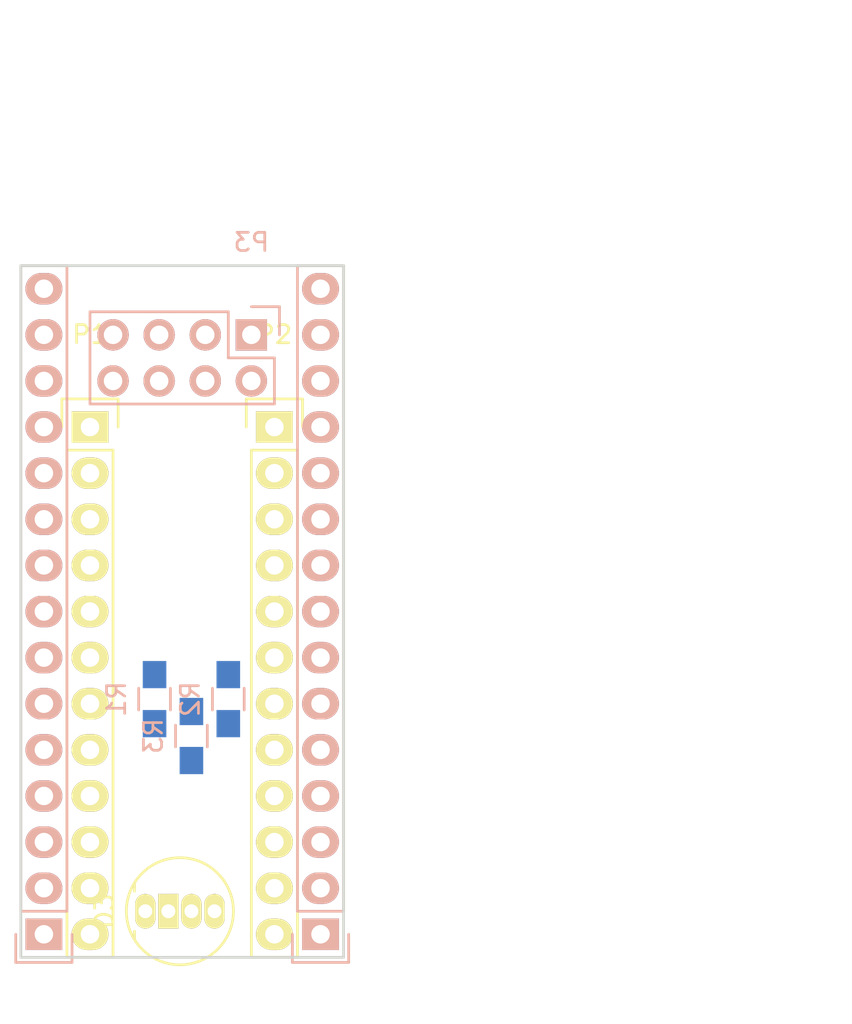
<source format=kicad_pcb>
(kicad_pcb (version 4) (host pcbnew 4.0.2-4+6225~38~ubuntu14.04.1-stable)

  (general
    (links 15)
    (no_connects 15)
    (area 156.034999 87.144999 173.965001 125.395001)
    (thickness 1.6)
    (drawings 6)
    (tracks 0)
    (zones 0)
    (modules 9)
    (nets 14)
  )

  (page A4)
  (layers
    (0 F.Cu signal)
    (31 B.Cu signal)
    (32 B.Adhes user)
    (33 F.Adhes user)
    (34 B.Paste user)
    (35 F.Paste user)
    (36 B.SilkS user)
    (37 F.SilkS user)
    (38 B.Mask user)
    (39 F.Mask user)
    (40 Dwgs.User user)
    (41 Cmts.User user)
    (42 Eco1.User user)
    (43 Eco2.User user)
    (44 Edge.Cuts user)
    (45 Margin user)
    (46 B.CrtYd user)
    (47 F.CrtYd user)
    (48 B.Fab user)
    (49 F.Fab user)
  )

  (setup
    (last_trace_width 0.3048)
    (trace_clearance 0.3048)
    (zone_clearance 0.508)
    (zone_45_only no)
    (trace_min 0.2032)
    (segment_width 0.2)
    (edge_width 0.15)
    (via_size 0.8128)
    (via_drill 0.4064)
    (via_min_size 0.8128)
    (via_min_drill 0.4064)
    (uvia_size 0.2032)
    (uvia_drill 0.1016)
    (uvias_allowed no)
    (uvia_min_size 0.2032)
    (uvia_min_drill 0.1016)
    (pcb_text_width 0.3)
    (pcb_text_size 1.5 1.5)
    (mod_edge_width 0.15)
    (mod_text_size 1 1)
    (mod_text_width 0.15)
    (pad_size 1.524 1.524)
    (pad_drill 0.762)
    (pad_to_mask_clearance 0.2)
    (aux_axis_origin 0 0)
    (grid_origin 165 105)
    (visible_elements FFFFF77F)
    (pcbplotparams
      (layerselection 0x010f0_80000001)
      (usegerberextensions true)
      (usegerberattributes true)
      (excludeedgelayer true)
      (linewidth 0.100000)
      (plotframeref false)
      (viasonmask false)
      (mode 1)
      (useauxorigin false)
      (hpglpennumber 1)
      (hpglpenspeed 20)
      (hpglpendiameter 15)
      (hpglpenoverlay 2)
      (psnegative false)
      (psa4output false)
      (plotreference true)
      (plotvalue true)
      (plotinvisibletext false)
      (padsonsilk false)
      (subtractmaskfromsilk true)
      (outputformat 1)
      (mirror false)
      (drillshape 0)
      (scaleselection 1)
      (outputdirectory ""))
  )

  (net 0 "")
  (net 1 GND)
  (net 2 "Net-(D3-Pad1)")
  (net 3 "Net-(D3-Pad3)")
  (net 4 "Net-(D3-Pad4)")
  (net 5 3V3)
  (net 6 D7)
  (net 7 D8)
  (net 8 SCK)
  (net 9 MOSI)
  (net 10 MISO)
  (net 11 D9)
  (net 12 D6)
  (net 13 D3)

  (net_class Default "This is the default net class."
    (clearance 0.3048)
    (trace_width 0.3048)
    (via_dia 0.8128)
    (via_drill 0.4064)
    (uvia_dia 0.2032)
    (uvia_drill 0.1016)
    (add_net 3V3)
    (add_net D3)
    (add_net D6)
    (add_net D7)
    (add_net D8)
    (add_net D9)
    (add_net GND)
    (add_net MISO)
    (add_net MOSI)
    (add_net "Net-(D3-Pad1)")
    (add_net "Net-(D3-Pad3)")
    (add_net "Net-(D3-Pad4)")
    (add_net SCK)
  )

  (module LEDs:LED-RGB-5MM_Common_Cathode placed (layer F.Cu) (tedit 55A0859C) (tstamp 571778A9)
    (at 162.968 122.78 90)
    (descr "5mm common cathode RGB LED")
    (tags "RGB LED 5mm Common Cathode")
    (path /5717776D)
    (fp_text reference D3 (at 0 -2.25 90) (layer F.SilkS)
      (effects (font (size 1 1) (thickness 0.15)))
    )
    (fp_text value LED_RCBG (at 0 6.25 90) (layer F.Fab)
      (effects (font (size 1 1) (thickness 0.15)))
    )
    (fp_circle (center 0 1.905) (end 3.2 1.905) (layer F.CrtYd) (width 0.05))
    (fp_line (start -1.1 -0.595) (end -1.55 -0.595) (layer F.SilkS) (width 0.15))
    (fp_circle (center 0 1.905) (end 2.95 1.905) (layer F.SilkS) (width 0.15))
    (fp_line (start 1.1 -0.595) (end 1.55 -0.595) (layer F.SilkS) (width 0.15))
    (pad 1 thru_hole oval (at 0 0 90) (size 1.905 1.1176) (drill 0.762) (layers *.Cu *.Mask F.SilkS)
      (net 2 "Net-(D3-Pad1)"))
    (pad 2 thru_hole rect (at 0 1.27 90) (size 1.905 1.1176) (drill 0.762) (layers *.Cu *.Mask F.SilkS)
      (net 1 GND))
    (pad 3 thru_hole oval (at 0 2.54 90) (size 1.905 1.1176) (drill 0.762) (layers *.Cu *.Mask F.SilkS)
      (net 3 "Net-(D3-Pad3)"))
    (pad 4 thru_hole oval (at 0 3.81 90) (size 1.905 1.1176) (drill 0.762) (layers *.Cu *.Mask F.SilkS)
      (net 4 "Net-(D3-Pad4)"))
  )

  (module Socket_Strips:Socket_Strip_Straight_1x15 placed (layer B.Cu) (tedit 57177A6B) (tstamp 57177901)
    (at 172.62 124.05 90)
    (descr "Through hole socket strip")
    (tags "socket strip")
    (path /571772A1)
    (fp_text reference P4 (at 0 5.1 90) (layer B.SilkS) hide
      (effects (font (size 1 1) (thickness 0.15)) (justify mirror))
    )
    (fp_text value CONN_01X15 (at 0 3.1 90) (layer B.Fab)
      (effects (font (size 1 1) (thickness 0.15)) (justify mirror))
    )
    (fp_line (start -1.75 1.75) (end -1.75 -1.75) (layer B.CrtYd) (width 0.05))
    (fp_line (start 37.35 1.75) (end 37.35 -1.75) (layer B.CrtYd) (width 0.05))
    (fp_line (start -1.75 1.75) (end 37.35 1.75) (layer B.CrtYd) (width 0.05))
    (fp_line (start -1.75 -1.75) (end 37.35 -1.75) (layer B.CrtYd) (width 0.05))
    (fp_line (start 1.27 1.27) (end 36.83 1.27) (layer B.SilkS) (width 0.15))
    (fp_line (start 36.83 1.27) (end 36.83 -1.27) (layer B.SilkS) (width 0.15))
    (fp_line (start 36.83 -1.27) (end 1.27 -1.27) (layer B.SilkS) (width 0.15))
    (fp_line (start -1.55 -1.55) (end 0 -1.55) (layer B.SilkS) (width 0.15))
    (fp_line (start 1.27 -1.27) (end 1.27 1.27) (layer B.SilkS) (width 0.15))
    (fp_line (start 0 1.55) (end -1.55 1.55) (layer B.SilkS) (width 0.15))
    (fp_line (start -1.55 1.55) (end -1.55 -1.55) (layer B.SilkS) (width 0.15))
    (pad 1 thru_hole rect (at 0 0 90) (size 1.7272 2.032) (drill 1.016) (layers *.Cu *.Mask B.SilkS)
      (net 10 MISO))
    (pad 2 thru_hole oval (at 2.54 0 90) (size 1.7272 2.032) (drill 1.016) (layers *.Cu *.Mask B.SilkS)
      (net 9 MOSI))
    (pad 3 thru_hole oval (at 5.08 0 90) (size 1.7272 2.032) (drill 1.016) (layers *.Cu *.Mask B.SilkS))
    (pad 4 thru_hole oval (at 7.62 0 90) (size 1.7272 2.032) (drill 1.016) (layers *.Cu *.Mask B.SilkS)
      (net 11 D9))
    (pad 5 thru_hole oval (at 10.16 0 90) (size 1.7272 2.032) (drill 1.016) (layers *.Cu *.Mask B.SilkS)
      (net 7 D8))
    (pad 6 thru_hole oval (at 12.7 0 90) (size 1.7272 2.032) (drill 1.016) (layers *.Cu *.Mask B.SilkS)
      (net 6 D7))
    (pad 7 thru_hole oval (at 15.24 0 90) (size 1.7272 2.032) (drill 1.016) (layers *.Cu *.Mask B.SilkS)
      (net 12 D6))
    (pad 8 thru_hole oval (at 17.78 0 90) (size 1.7272 2.032) (drill 1.016) (layers *.Cu *.Mask B.SilkS))
    (pad 9 thru_hole oval (at 20.32 0 90) (size 1.7272 2.032) (drill 1.016) (layers *.Cu *.Mask B.SilkS))
    (pad 10 thru_hole oval (at 22.86 0 90) (size 1.7272 2.032) (drill 1.016) (layers *.Cu *.Mask B.SilkS)
      (net 13 D3))
    (pad 11 thru_hole oval (at 25.4 0 90) (size 1.7272 2.032) (drill 1.016) (layers *.Cu *.Mask B.SilkS))
    (pad 12 thru_hole oval (at 27.94 0 90) (size 1.7272 2.032) (drill 1.016) (layers *.Cu *.Mask B.SilkS)
      (net 1 GND))
    (pad 13 thru_hole oval (at 30.48 0 90) (size 1.7272 2.032) (drill 1.016) (layers *.Cu *.Mask B.SilkS))
    (pad 14 thru_hole oval (at 33.02 0 90) (size 1.7272 2.032) (drill 1.016) (layers *.Cu *.Mask B.SilkS))
    (pad 15 thru_hole oval (at 35.56 0 90) (size 1.7272 2.032) (drill 1.016) (layers *.Cu *.Mask B.SilkS))
    (model Socket_Strips.3dshapes/Socket_Strip_Straight_1x15.wrl
      (at (xyz 0.7 0 0))
      (scale (xyz 1 1 1))
      (rotate (xyz 0 0 180))
    )
  )

  (module Socket_Strips:Socket_Strip_Straight_1x15 placed (layer B.Cu) (tedit 57177A6F) (tstamp 57177934)
    (at 157.38 124.05 90)
    (descr "Through hole socket strip")
    (tags "socket strip")
    (path /57177309)
    (fp_text reference P6 (at 0 5.1 90) (layer B.SilkS) hide
      (effects (font (size 1 1) (thickness 0.15)) (justify mirror))
    )
    (fp_text value CONN_01X15 (at 0 3.1 90) (layer B.Fab)
      (effects (font (size 1 1) (thickness 0.15)) (justify mirror))
    )
    (fp_line (start -1.75 1.75) (end -1.75 -1.75) (layer B.CrtYd) (width 0.05))
    (fp_line (start 37.35 1.75) (end 37.35 -1.75) (layer B.CrtYd) (width 0.05))
    (fp_line (start -1.75 1.75) (end 37.35 1.75) (layer B.CrtYd) (width 0.05))
    (fp_line (start -1.75 -1.75) (end 37.35 -1.75) (layer B.CrtYd) (width 0.05))
    (fp_line (start 1.27 1.27) (end 36.83 1.27) (layer B.SilkS) (width 0.15))
    (fp_line (start 36.83 1.27) (end 36.83 -1.27) (layer B.SilkS) (width 0.15))
    (fp_line (start 36.83 -1.27) (end 1.27 -1.27) (layer B.SilkS) (width 0.15))
    (fp_line (start -1.55 -1.55) (end 0 -1.55) (layer B.SilkS) (width 0.15))
    (fp_line (start 1.27 -1.27) (end 1.27 1.27) (layer B.SilkS) (width 0.15))
    (fp_line (start 0 1.55) (end -1.55 1.55) (layer B.SilkS) (width 0.15))
    (fp_line (start -1.55 1.55) (end -1.55 -1.55) (layer B.SilkS) (width 0.15))
    (pad 1 thru_hole rect (at 0 0 90) (size 1.7272 2.032) (drill 1.016) (layers *.Cu *.Mask B.SilkS)
      (net 8 SCK))
    (pad 2 thru_hole oval (at 2.54 0 90) (size 1.7272 2.032) (drill 1.016) (layers *.Cu *.Mask B.SilkS)
      (net 5 3V3))
    (pad 3 thru_hole oval (at 5.08 0 90) (size 1.7272 2.032) (drill 1.016) (layers *.Cu *.Mask B.SilkS))
    (pad 4 thru_hole oval (at 7.62 0 90) (size 1.7272 2.032) (drill 1.016) (layers *.Cu *.Mask B.SilkS))
    (pad 5 thru_hole oval (at 10.16 0 90) (size 1.7272 2.032) (drill 1.016) (layers *.Cu *.Mask B.SilkS))
    (pad 6 thru_hole oval (at 12.7 0 90) (size 1.7272 2.032) (drill 1.016) (layers *.Cu *.Mask B.SilkS))
    (pad 7 thru_hole oval (at 15.24 0 90) (size 1.7272 2.032) (drill 1.016) (layers *.Cu *.Mask B.SilkS))
    (pad 8 thru_hole oval (at 17.78 0 90) (size 1.7272 2.032) (drill 1.016) (layers *.Cu *.Mask B.SilkS))
    (pad 9 thru_hole oval (at 20.32 0 90) (size 1.7272 2.032) (drill 1.016) (layers *.Cu *.Mask B.SilkS))
    (pad 10 thru_hole oval (at 22.86 0 90) (size 1.7272 2.032) (drill 1.016) (layers *.Cu *.Mask B.SilkS))
    (pad 11 thru_hole oval (at 25.4 0 90) (size 1.7272 2.032) (drill 1.016) (layers *.Cu *.Mask B.SilkS))
    (pad 12 thru_hole oval (at 27.94 0 90) (size 1.7272 2.032) (drill 1.016) (layers *.Cu *.Mask B.SilkS))
    (pad 13 thru_hole oval (at 30.48 0 90) (size 1.7272 2.032) (drill 1.016) (layers *.Cu *.Mask B.SilkS))
    (pad 14 thru_hole oval (at 33.02 0 90) (size 1.7272 2.032) (drill 1.016) (layers *.Cu *.Mask B.SilkS)
      (net 1 GND))
    (pad 15 thru_hole oval (at 35.56 0 90) (size 1.7272 2.032) (drill 1.016) (layers *.Cu *.Mask B.SilkS))
    (model Socket_Strips.3dshapes/Socket_Strip_Straight_1x15.wrl
      (at (xyz 0.7 0 0))
      (scale (xyz 1 1 1))
      (rotate (xyz 0 0 180))
    )
  )

  (module Socket_Strips:Socket_Strip_Straight_2x04 (layer B.Cu) (tedit 0) (tstamp 571F5DDA)
    (at 168.81 91.03 180)
    (descr "Through hole socket strip")
    (tags "socket strip")
    (path /57177ADC)
    (fp_text reference P3 (at 0 5.1 180) (layer B.SilkS)
      (effects (font (size 1 1) (thickness 0.15)) (justify mirror))
    )
    (fp_text value NRF_24L01 (at 0 3.1 180) (layer B.Fab)
      (effects (font (size 1 1) (thickness 0.15)) (justify mirror))
    )
    (fp_line (start -1.75 1.75) (end -1.75 -4.3) (layer B.CrtYd) (width 0.05))
    (fp_line (start 9.4 1.75) (end 9.4 -4.3) (layer B.CrtYd) (width 0.05))
    (fp_line (start -1.75 1.75) (end 9.4 1.75) (layer B.CrtYd) (width 0.05))
    (fp_line (start -1.75 -4.3) (end 9.4 -4.3) (layer B.CrtYd) (width 0.05))
    (fp_line (start 1.27 1.27) (end 8.89 1.27) (layer B.SilkS) (width 0.15))
    (fp_line (start 8.89 1.27) (end 8.89 -3.81) (layer B.SilkS) (width 0.15))
    (fp_line (start 8.89 -3.81) (end -1.27 -3.81) (layer B.SilkS) (width 0.15))
    (fp_line (start -1.27 -3.81) (end -1.27 -1.27) (layer B.SilkS) (width 0.15))
    (fp_line (start 0 1.55) (end -1.55 1.55) (layer B.SilkS) (width 0.15))
    (fp_line (start -1.27 -1.27) (end 1.27 -1.27) (layer B.SilkS) (width 0.15))
    (fp_line (start 1.27 -1.27) (end 1.27 1.27) (layer B.SilkS) (width 0.15))
    (fp_line (start -1.55 1.55) (end -1.55 0) (layer B.SilkS) (width 0.15))
    (pad 1 thru_hole rect (at 0 0 180) (size 1.7272 1.7272) (drill 1.016) (layers *.Cu *.Mask B.SilkS)
      (net 1 GND))
    (pad 2 thru_hole oval (at 0 -2.54 180) (size 1.7272 1.7272) (drill 1.016) (layers *.Cu *.Mask B.SilkS)
      (net 5 3V3))
    (pad 3 thru_hole oval (at 2.54 0 180) (size 1.7272 1.7272) (drill 1.016) (layers *.Cu *.Mask B.SilkS)
      (net 6 D7))
    (pad 4 thru_hole oval (at 2.54 -2.54 180) (size 1.7272 1.7272) (drill 1.016) (layers *.Cu *.Mask B.SilkS)
      (net 7 D8))
    (pad 5 thru_hole oval (at 5.08 0 180) (size 1.7272 1.7272) (drill 1.016) (layers *.Cu *.Mask B.SilkS)
      (net 8 SCK))
    (pad 6 thru_hole oval (at 5.08 -2.54 180) (size 1.7272 1.7272) (drill 1.016) (layers *.Cu *.Mask B.SilkS)
      (net 9 MOSI))
    (pad 7 thru_hole oval (at 7.62 0 180) (size 1.7272 1.7272) (drill 1.016) (layers *.Cu *.Mask B.SilkS)
      (net 10 MISO))
    (pad 8 thru_hole oval (at 7.62 -2.54 180) (size 1.7272 1.7272) (drill 1.016) (layers *.Cu *.Mask B.SilkS))
    (model Socket_Strips.3dshapes/Socket_Strip_Straight_2x04.wrl
      (at (xyz 0.15 -0.05 0))
      (scale (xyz 1 1 1))
      (rotate (xyz 0 0 180))
    )
  )

  (module Resistors_SMD:R_0805_HandSoldering (layer B.Cu) (tedit 54189DEE) (tstamp 571F60C4)
    (at 163.476 111.096 270)
    (descr "Resistor SMD 0805, hand soldering")
    (tags "resistor 0805")
    (path /57177842)
    (attr smd)
    (fp_text reference R1 (at 0 2.1 270) (layer B.SilkS)
      (effects (font (size 1 1) (thickness 0.15)) (justify mirror))
    )
    (fp_text value 180R (at 0 -2.1 270) (layer B.Fab)
      (effects (font (size 1 1) (thickness 0.15)) (justify mirror))
    )
    (fp_line (start -2.4 1) (end 2.4 1) (layer B.CrtYd) (width 0.05))
    (fp_line (start -2.4 -1) (end 2.4 -1) (layer B.CrtYd) (width 0.05))
    (fp_line (start -2.4 1) (end -2.4 -1) (layer B.CrtYd) (width 0.05))
    (fp_line (start 2.4 1) (end 2.4 -1) (layer B.CrtYd) (width 0.05))
    (fp_line (start 0.6 -0.875) (end -0.6 -0.875) (layer B.SilkS) (width 0.15))
    (fp_line (start -0.6 0.875) (end 0.6 0.875) (layer B.SilkS) (width 0.15))
    (pad 1 smd rect (at -1.35 0 270) (size 1.5 1.3) (layers B.Cu B.Paste B.Mask)
      (net 2 "Net-(D3-Pad1)"))
    (pad 2 smd rect (at 1.35 0 270) (size 1.5 1.3) (layers B.Cu B.Paste B.Mask)
      (net 13 D3))
    (model Resistors_SMD.3dshapes/R_0805_HandSoldering.wrl
      (at (xyz 0 0 0))
      (scale (xyz 1 1 1))
      (rotate (xyz 0 0 0))
    )
  )

  (module Resistors_SMD:R_0805_HandSoldering (layer B.Cu) (tedit 54189DEE) (tstamp 571F60C9)
    (at 167.54 111.096 270)
    (descr "Resistor SMD 0805, hand soldering")
    (tags "resistor 0805")
    (path /571778A4)
    (attr smd)
    (fp_text reference R2 (at 0 2.1 270) (layer B.SilkS)
      (effects (font (size 1 1) (thickness 0.15)) (justify mirror))
    )
    (fp_text value 100R (at 0 -2.1 270) (layer B.Fab)
      (effects (font (size 1 1) (thickness 0.15)) (justify mirror))
    )
    (fp_line (start -2.4 1) (end 2.4 1) (layer B.CrtYd) (width 0.05))
    (fp_line (start -2.4 -1) (end 2.4 -1) (layer B.CrtYd) (width 0.05))
    (fp_line (start -2.4 1) (end -2.4 -1) (layer B.CrtYd) (width 0.05))
    (fp_line (start 2.4 1) (end 2.4 -1) (layer B.CrtYd) (width 0.05))
    (fp_line (start 0.6 -0.875) (end -0.6 -0.875) (layer B.SilkS) (width 0.15))
    (fp_line (start -0.6 0.875) (end 0.6 0.875) (layer B.SilkS) (width 0.15))
    (pad 1 smd rect (at -1.35 0 270) (size 1.5 1.3) (layers B.Cu B.Paste B.Mask)
      (net 4 "Net-(D3-Pad4)"))
    (pad 2 smd rect (at 1.35 0 270) (size 1.5 1.3) (layers B.Cu B.Paste B.Mask)
      (net 12 D6))
    (model Resistors_SMD.3dshapes/R_0805_HandSoldering.wrl
      (at (xyz 0 0 0))
      (scale (xyz 1 1 1))
      (rotate (xyz 0 0 0))
    )
  )

  (module Resistors_SMD:R_0805_HandSoldering (layer B.Cu) (tedit 54189DEE) (tstamp 571F60CE)
    (at 165.508 113.128 270)
    (descr "Resistor SMD 0805, hand soldering")
    (tags "resistor 0805")
    (path /571778E8)
    (attr smd)
    (fp_text reference R3 (at 0 2.1 270) (layer B.SilkS)
      (effects (font (size 1 1) (thickness 0.15)) (justify mirror))
    )
    (fp_text value 100R (at 0 -2.1 270) (layer B.Fab)
      (effects (font (size 1 1) (thickness 0.15)) (justify mirror))
    )
    (fp_line (start -2.4 1) (end 2.4 1) (layer B.CrtYd) (width 0.05))
    (fp_line (start -2.4 -1) (end 2.4 -1) (layer B.CrtYd) (width 0.05))
    (fp_line (start -2.4 1) (end -2.4 -1) (layer B.CrtYd) (width 0.05))
    (fp_line (start 2.4 1) (end 2.4 -1) (layer B.CrtYd) (width 0.05))
    (fp_line (start 0.6 -0.875) (end -0.6 -0.875) (layer B.SilkS) (width 0.15))
    (fp_line (start -0.6 0.875) (end 0.6 0.875) (layer B.SilkS) (width 0.15))
    (pad 1 smd rect (at -1.35 0 270) (size 1.5 1.3) (layers B.Cu B.Paste B.Mask)
      (net 3 "Net-(D3-Pad3)"))
    (pad 2 smd rect (at 1.35 0 270) (size 1.5 1.3) (layers B.Cu B.Paste B.Mask)
      (net 11 D9))
    (model Resistors_SMD.3dshapes/R_0805_HandSoldering.wrl
      (at (xyz 0 0 0))
      (scale (xyz 1 1 1))
      (rotate (xyz 0 0 0))
    )
  )

  (module Pin_Headers:Pin_Header_Straight_1x12 (layer F.Cu) (tedit 0) (tstamp 571F64AB)
    (at 159.92 96.11)
    (descr "Through hole pin header")
    (tags "pin header")
    (path /571F644B)
    (fp_text reference P1 (at 0 -5.1) (layer F.SilkS)
      (effects (font (size 1 1) (thickness 0.15)))
    )
    (fp_text value CONN_01X12 (at 0 -3.1) (layer F.Fab)
      (effects (font (size 1 1) (thickness 0.15)))
    )
    (fp_line (start -1.75 -1.75) (end -1.75 29.7) (layer F.CrtYd) (width 0.05))
    (fp_line (start 1.75 -1.75) (end 1.75 29.7) (layer F.CrtYd) (width 0.05))
    (fp_line (start -1.75 -1.75) (end 1.75 -1.75) (layer F.CrtYd) (width 0.05))
    (fp_line (start -1.75 29.7) (end 1.75 29.7) (layer F.CrtYd) (width 0.05))
    (fp_line (start 1.27 1.27) (end 1.27 29.21) (layer F.SilkS) (width 0.15))
    (fp_line (start 1.27 29.21) (end -1.27 29.21) (layer F.SilkS) (width 0.15))
    (fp_line (start -1.27 29.21) (end -1.27 1.27) (layer F.SilkS) (width 0.15))
    (fp_line (start 1.55 -1.55) (end 1.55 0) (layer F.SilkS) (width 0.15))
    (fp_line (start 1.27 1.27) (end -1.27 1.27) (layer F.SilkS) (width 0.15))
    (fp_line (start -1.55 0) (end -1.55 -1.55) (layer F.SilkS) (width 0.15))
    (fp_line (start -1.55 -1.55) (end 1.55 -1.55) (layer F.SilkS) (width 0.15))
    (pad 1 thru_hole rect (at 0 0) (size 2.032 1.7272) (drill 1.016) (layers *.Cu *.Mask F.SilkS))
    (pad 2 thru_hole oval (at 0 2.54) (size 2.032 1.7272) (drill 1.016) (layers *.Cu *.Mask F.SilkS))
    (pad 3 thru_hole oval (at 0 5.08) (size 2.032 1.7272) (drill 1.016) (layers *.Cu *.Mask F.SilkS))
    (pad 4 thru_hole oval (at 0 7.62) (size 2.032 1.7272) (drill 1.016) (layers *.Cu *.Mask F.SilkS))
    (pad 5 thru_hole oval (at 0 10.16) (size 2.032 1.7272) (drill 1.016) (layers *.Cu *.Mask F.SilkS))
    (pad 6 thru_hole oval (at 0 12.7) (size 2.032 1.7272) (drill 1.016) (layers *.Cu *.Mask F.SilkS))
    (pad 7 thru_hole oval (at 0 15.24) (size 2.032 1.7272) (drill 1.016) (layers *.Cu *.Mask F.SilkS))
    (pad 8 thru_hole oval (at 0 17.78) (size 2.032 1.7272) (drill 1.016) (layers *.Cu *.Mask F.SilkS))
    (pad 9 thru_hole oval (at 0 20.32) (size 2.032 1.7272) (drill 1.016) (layers *.Cu *.Mask F.SilkS))
    (pad 10 thru_hole oval (at 0 22.86) (size 2.032 1.7272) (drill 1.016) (layers *.Cu *.Mask F.SilkS))
    (pad 11 thru_hole oval (at 0 25.4) (size 2.032 1.7272) (drill 1.016) (layers *.Cu *.Mask F.SilkS))
    (pad 12 thru_hole oval (at 0 27.94) (size 2.032 1.7272) (drill 1.016) (layers *.Cu *.Mask F.SilkS))
    (model Pin_Headers.3dshapes/Pin_Header_Straight_1x12.wrl
      (at (xyz 0 -0.55 0))
      (scale (xyz 1 1 1))
      (rotate (xyz 0 0 90))
    )
  )

  (module Pin_Headers:Pin_Header_Straight_1x12 (layer F.Cu) (tedit 0) (tstamp 571F64BB)
    (at 170.08 96.11)
    (descr "Through hole pin header")
    (tags "pin header")
    (path /571F6507)
    (fp_text reference P2 (at 0 -5.1) (layer F.SilkS)
      (effects (font (size 1 1) (thickness 0.15)))
    )
    (fp_text value CONN_01X12 (at 0 -3.1) (layer F.Fab)
      (effects (font (size 1 1) (thickness 0.15)))
    )
    (fp_line (start -1.75 -1.75) (end -1.75 29.7) (layer F.CrtYd) (width 0.05))
    (fp_line (start 1.75 -1.75) (end 1.75 29.7) (layer F.CrtYd) (width 0.05))
    (fp_line (start -1.75 -1.75) (end 1.75 -1.75) (layer F.CrtYd) (width 0.05))
    (fp_line (start -1.75 29.7) (end 1.75 29.7) (layer F.CrtYd) (width 0.05))
    (fp_line (start 1.27 1.27) (end 1.27 29.21) (layer F.SilkS) (width 0.15))
    (fp_line (start 1.27 29.21) (end -1.27 29.21) (layer F.SilkS) (width 0.15))
    (fp_line (start -1.27 29.21) (end -1.27 1.27) (layer F.SilkS) (width 0.15))
    (fp_line (start 1.55 -1.55) (end 1.55 0) (layer F.SilkS) (width 0.15))
    (fp_line (start 1.27 1.27) (end -1.27 1.27) (layer F.SilkS) (width 0.15))
    (fp_line (start -1.55 0) (end -1.55 -1.55) (layer F.SilkS) (width 0.15))
    (fp_line (start -1.55 -1.55) (end 1.55 -1.55) (layer F.SilkS) (width 0.15))
    (pad 1 thru_hole rect (at 0 0) (size 2.032 1.7272) (drill 1.016) (layers *.Cu *.Mask F.SilkS))
    (pad 2 thru_hole oval (at 0 2.54) (size 2.032 1.7272) (drill 1.016) (layers *.Cu *.Mask F.SilkS))
    (pad 3 thru_hole oval (at 0 5.08) (size 2.032 1.7272) (drill 1.016) (layers *.Cu *.Mask F.SilkS))
    (pad 4 thru_hole oval (at 0 7.62) (size 2.032 1.7272) (drill 1.016) (layers *.Cu *.Mask F.SilkS))
    (pad 5 thru_hole oval (at 0 10.16) (size 2.032 1.7272) (drill 1.016) (layers *.Cu *.Mask F.SilkS))
    (pad 6 thru_hole oval (at 0 12.7) (size 2.032 1.7272) (drill 1.016) (layers *.Cu *.Mask F.SilkS))
    (pad 7 thru_hole oval (at 0 15.24) (size 2.032 1.7272) (drill 1.016) (layers *.Cu *.Mask F.SilkS))
    (pad 8 thru_hole oval (at 0 17.78) (size 2.032 1.7272) (drill 1.016) (layers *.Cu *.Mask F.SilkS))
    (pad 9 thru_hole oval (at 0 20.32) (size 2.032 1.7272) (drill 1.016) (layers *.Cu *.Mask F.SilkS))
    (pad 10 thru_hole oval (at 0 22.86) (size 2.032 1.7272) (drill 1.016) (layers *.Cu *.Mask F.SilkS))
    (pad 11 thru_hole oval (at 0 25.4) (size 2.032 1.7272) (drill 1.016) (layers *.Cu *.Mask F.SilkS))
    (pad 12 thru_hole oval (at 0 27.94) (size 2.032 1.7272) (drill 1.016) (layers *.Cu *.Mask F.SilkS))
    (model Pin_Headers.3dshapes/Pin_Header_Straight_1x12.wrl
      (at (xyz 0 -0.55 0))
      (scale (xyz 1 1 1))
      (rotate (xyz 0 0 90))
    )
  )

  (gr_line (start 156.11 87.22) (end 156.11 125.32) (angle 90) (layer Edge.Cuts) (width 0.15))
  (gr_line (start 173.89 87.22) (end 156.11 87.22) (angle 90) (layer Edge.Cuts) (width 0.15))
  (gr_line (start 173.89 125.32) (end 173.89 87.22) (angle 90) (layer Edge.Cuts) (width 0.15))
  (gr_line (start 156.11 125.32) (end 173.89 125.32) (angle 90) (layer Edge.Cuts) (width 0.15))
  (dimension 38.608836 (width 0.3) (layer Cmts.User)
    (gr_text "1.5200 in" (at 199.235198 106.698264 89.62305952) (layer Cmts.User)
      (effects (font (size 1.5 1.5) (thickness 0.3)))
    )
    (feature1 (pts (xy 172.62 125.828) (xy 200.458169 126.011146)))
    (feature2 (pts (xy 172.874 87.22) (xy 200.712169 87.403146)))
    (crossbar (pts (xy 198.012227 87.385383) (xy 197.758227 125.993383)))
    (arrow1a (pts (xy 197.758227 125.993383) (xy 197.17923 124.863046)))
    (arrow1b (pts (xy 197.758227 125.993383) (xy 198.352046 124.870762)))
    (arrow2a (pts (xy 198.012227 87.385383) (xy 197.418408 88.508004)))
    (arrow2b (pts (xy 198.012227 87.385383) (xy 198.591224 88.51572)))
  )
  (dimension 17.78 (width 0.3) (layer Cmts.User)
    (gr_text "0.7000 in" (at 165 74.44) (layer Cmts.User)
      (effects (font (size 1.5 1.5) (thickness 0.3)))
    )
    (feature1 (pts (xy 173.89 87.22) (xy 173.89 73.09)))
    (feature2 (pts (xy 156.11 87.22) (xy 156.11 73.09)))
    (crossbar (pts (xy 156.11 75.79) (xy 173.89 75.79)))
    (arrow1a (pts (xy 173.89 75.79) (xy 172.763496 76.376421)))
    (arrow1b (pts (xy 173.89 75.79) (xy 172.763496 75.203579)))
    (arrow2a (pts (xy 156.11 75.79) (xy 157.236504 76.376421)))
    (arrow2b (pts (xy 156.11 75.79) (xy 157.236504 75.203579)))
  )

)

</source>
